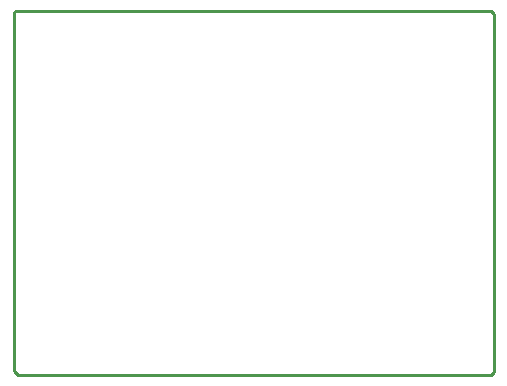
<source format=gko>
%FSLAX23Y23*%
%MOIN*%
G70*
G01*
G75*
G04 Layer_Color=16711935*
%ADD10O,0.022X0.039*%
%ADD11R,0.022X0.039*%
%ADD12R,0.118X0.039*%
%ADD13R,0.118X0.059*%
%ADD14R,0.024X0.020*%
%ADD15R,0.050X0.050*%
%ADD16C,0.010*%
%ADD17C,0.005*%
%ADD18R,0.740X1.090*%
%ADD19C,0.020*%
%ADD20C,0.050*%
%ADD21C,0.039*%
%ADD22C,0.236*%
%ADD23C,0.008*%
%ADD24C,0.004*%
%ADD25C,0.059*%
%ADD26R,0.605X0.930*%
%ADD27O,0.030X0.047*%
%ADD28R,0.030X0.047*%
%ADD29R,0.126X0.047*%
%ADD30R,0.126X0.067*%
%ADD31R,0.032X0.028*%
%ADD32R,0.058X0.058*%
%ADD33C,0.028*%
%ADD34C,0.058*%
%ADD35R,0.525X0.955*%
D16*
X5Y20D02*
Y1210D01*
Y20D02*
X20Y5D01*
X1595D01*
X1605Y15D01*
Y1210D01*
X1595Y1220D02*
X1605Y1210D01*
X15Y1220D02*
X1595D01*
X5Y1210D02*
Y1215D01*
X10Y1220D02*
X15D01*
M02*

</source>
